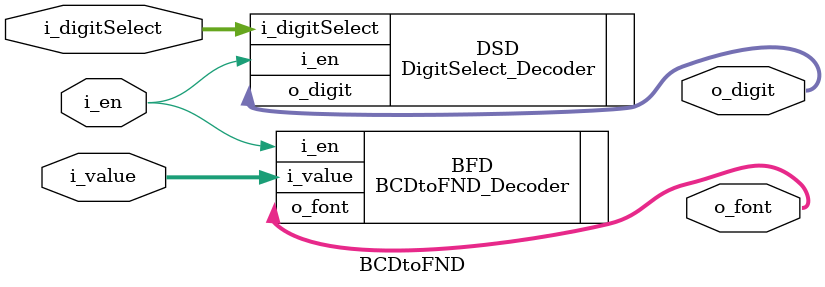
<source format=v>
`timescale 1ns / 1ps

module BCDtoFND(
        input [2:0] i_digitSelect,
        input i_en,
        input [3:0] i_value,

        output [3:0] o_digit,
        output [7:0] o_font
    );

    DigitSelect_Decoder DSD(
        .i_digitSelect(i_digitSelect), // 자리 위치 선택(숫자로 입력)
        .i_en(i_en),
        .o_digit(o_digit) // 자리 위치 선택 (변환된 값 출력)
    );

    BCDtoFND_Decoder BFD(
        .i_value(i_value),  // 출력할 값(숫자로 입력)
        .i_en(i_en),
        .o_font(o_font) // 출력(변환된 값)
    );
endmodule

</source>
